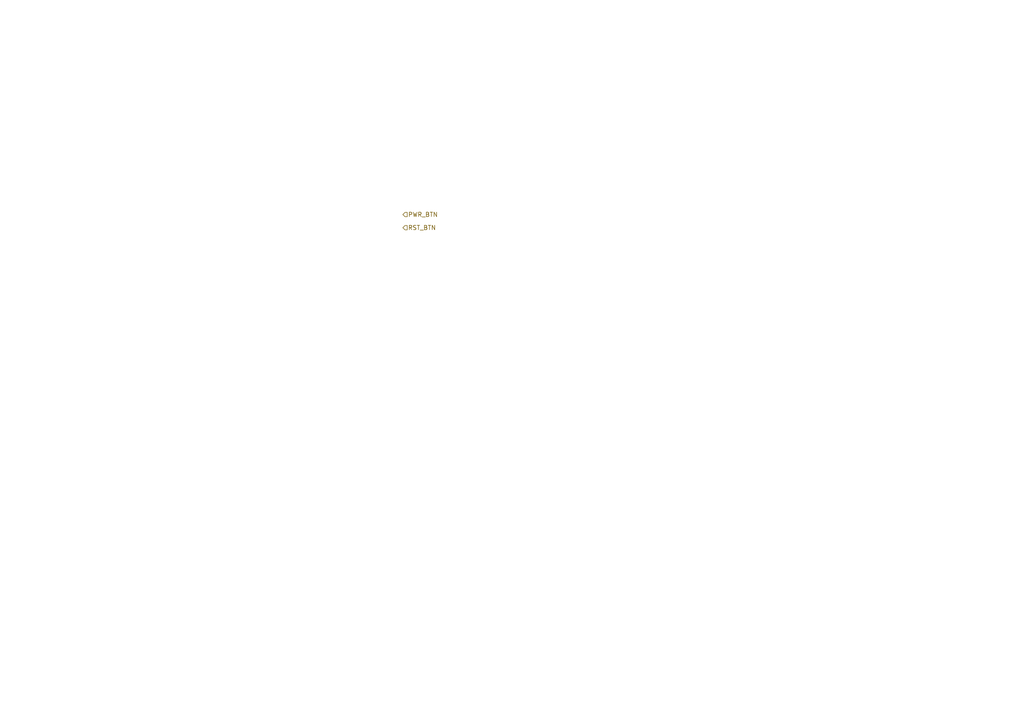
<source format=kicad_sch>
(kicad_sch
	(version 20231120)
	(generator "eeschema")
	(generator_version "8.0")
	(uuid "70040227-f1e7-431e-a104-125d93937795")
	(paper "A4")
	(title_block
		(title "Oro Link")
		(date "2025-03-22")
		(rev "8")
		(company "Oro Operating System")
		(comment 1 "oro.sh")
		(comment 2 "Copyright 2023-2025, MPL 2.0")
		(comment 3 "Joshua Lee Junon")
	)
	(lib_symbols)
	(hierarchical_label "PWR_BTN"
		(shape input)
		(at 116.84 62.23 0)
		(fields_autoplaced yes)
		(effects
			(font
				(size 1.27 1.27)
			)
			(justify left)
		)
		(uuid "5a950546-bb33-4264-96e4-0495dd995c48")
	)
	(hierarchical_label "RST_BTN"
		(shape input)
		(at 116.84 66.04 0)
		(fields_autoplaced yes)
		(effects
			(font
				(size 1.27 1.27)
			)
			(justify left)
		)
		(uuid "f93d2497-a4e0-4b01-ab8e-cec1b76d03bf")
	)
)

</source>
